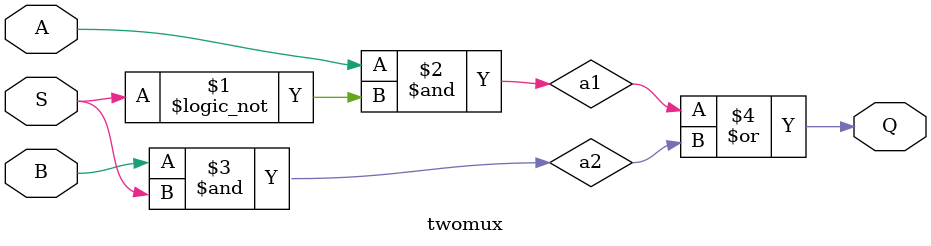
<source format=sv>

`ifndef TWOMUX
`define TWOMUX

module twomux(A, B, S, Q);
   //
   // ---------------- PORT DEFINITIONS ----------------
   //
   input A;
   input B; 
   input S;
   wire a1, a2, o1;
   output Q;

   //
   // ---------------- MODULE DESIGN IMPLEMENTATION ----------------
   //
   and(a1, A, !S);
   and(a2, B, S);
   or(Q, a1, a2);
  
endmodule

`endif // TWOMUX

</source>
